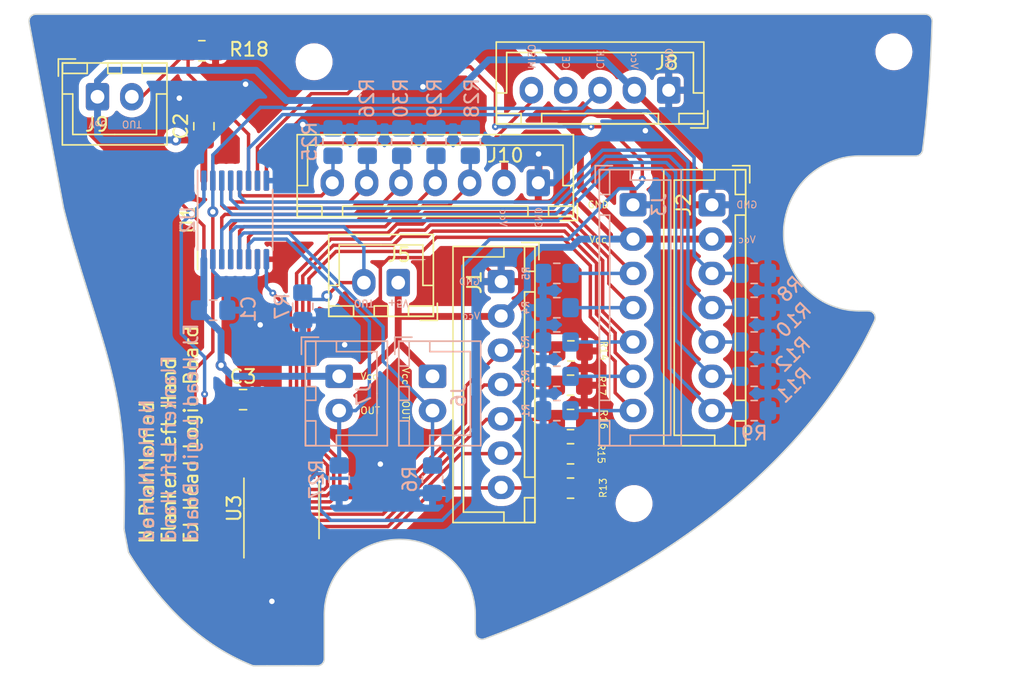
<source format=kicad_pcb>
(kicad_pcb (version 20221018) (generator pcbnew)
  (layers (0 "F.Cu" signal) (31 "B.Cu" signal) (34 "B.Paste" user) (35 "F.Paste" user) (36 "B.SilkS" user "B.Silkscreen") (37 "F.SilkS" user "F.Silkscreen") (38 "B.Mask" user) (39 "F.Mask" user) (44 "Edge.Cuts" user))
  (net 0 "")
  (net 1 "GND")
  (net 2 "+5V")
  (net 3 "MISO")
  (net 4 "CE")
  (net 5 "CLK")
  (net 6 "U1D4")
  (net 7 "U1D5")
  (net 8 "U1D6")
  (net 9 "U1D7")
  (net 10 "U1D0")
  (net 11 "U1D1")
  (net 12 "U1D2")
  (net 13 "U1D3")
  (net 14 "U2D4")
  (net 15 "U2D5")
  (net 16 "U2D6")
  (net 17 "U2D7")
  (net 18 "U2D0")
  (net 19 "U2D1")
  (net 20 "U2D2")
  (net 21 "U2D3")
  (net 22 "U3D4")
  (net 23 "U3D5")
  (net 24 "U3D6")
  (net 25 "U3D7")
  (net 26 "U3D0")
  (net 27 "U3D1")
  (net 28 "U3D2")
  (net 29 "U3D3")
  (net 31 "Net-(U1-DS)")
  (net 33 "Net-(U2-Q7)")
  (footprint "Resistor_SMD:R_0805_2012Metric_Pad1.20x1.40mm_HandSolder" (layer "F.Cu") (at 60.75 65.25)
    (fp_text reference "R13")
    (fp_text value "1K")
  )
  (footprint "Resistor_SMD:R_0805_2012Metric_Pad1.20x1.40mm_HandSolder" (layer "F.Cu") (at 60.75 62.75)
    (fp_text reference "R15")
    (fp_text value "1K")
  )
  (footprint "Capacitor_SMD:C_0805_2012Metric_Pad1.18x1.45mm_HandSolder" (layer "F.Cu") (at 36.9 58.8)
    (fp_text reference "C3")
    (fp_text value "0.1uF")
  )
  (footprint "Capacitor_SMD:C_0805_2012Metric_Pad1.18x1.45mm_HandSolder" (layer "F.Cu") (at 34.05 38.875 90)
    (fp_text reference "C2")
    (fp_text value "0.1uF")
  )
  (footprint "Connector_JST:JST_XH_B7B-XH-A_1x07_P2.50mm_Vertical" (layer "F.Cu") (at 71.05 44.6 -90)
    (fp_text reference "J2")
    (fp_text value "Conn_01x07")
  )
  (footprint "Resistor_SMD:R_0805_2012Metric_Pad1.20x1.40mm_HandSolder" (layer "F.Cu") (at 60.75 60.25)
    (fp_text reference "R16")
    (fp_text value "1K")
  )
  (footprint "Connector_JST:JST_XH_B5B-XH-A_1x05_P2.50mm_Vertical" (layer "F.Cu") (at 67.9 36.25 180)
    (fp_text reference "J8")
    (fp_text value "Conn_01x06")
  )
  (footprint "MountingHole:MountingHole_2.2mm_M2" (layer "F.Cu") (at 65.375 66.375)
    (fp_text reference "M2" hide)
    (fp_text value "MountingHole_2.2mm_M2")
  )
  (footprint "Resistor_SMD:R_0805_2012Metric_Pad1.20x1.40mm_HandSolder" (layer "F.Cu") (at 60.75 57.75)
    (fp_text reference "R17")
    (fp_text value "1K")
  )
  (footprint "Connector_JST:JST_XH_B7B-XH-A_1x07_P2.50mm_Vertical" (layer "F.Cu") (at 58.4 43 180)
    (fp_text reference "J10")
    (fp_text value "Conn_01x07")
  )
  (footprint "MountingHole:MountingHole_2.2mm_M2" (layer "F.Cu") (at 84.3 33.45)
    (fp_text reference "M1" hide)
    (fp_text value "MountingHole_2.2mm_M2")
  )
  (footprint "Resistor_SMD:R_0805_2012Metric_Pad1.20x1.40mm_HandSolder" (layer "F.Cu") (at 33.9 33.375)
    (fp_text reference "R18")
    (fp_text value "1K")
  )
  (footprint "MountingHole:MountingHole_2.2mm_M2" (layer "F.Cu") (at 42.075 34.175)
    (fp_text reference "M3" hide)
    (fp_text value "MountingHole_2.2mm_M2")
  )
  (footprint "Connector_JST:JST_XH_B2B-XH-A_1x02_P2.50mm_Vertical" (layer "F.Cu") (at 48.2 50.275 180)
    (fp_text reference "J5")
    (fp_text value "Conn_01x02")
  )
  (footprint "Resistor_SMD:R_0805_2012Metric_Pad1.20x1.40mm_HandSolder" (layer "F.Cu") (at 60.775 55.25)
    (fp_text reference "R14")
    (fp_text value "1K")
  )
  (footprint "Connector_JST:JST_XH_B7B-XH-A_1x07_P2.50mm_Vertical" (layer "F.Cu") (at 55.7 50.2 -90)
    (fp_text reference "J1")
    (fp_text value "Conn_01x07")
  )
  (footprint "Package_SO:TSSOP-16_4.4x5mm_P0.65mm" (layer "F.Cu") (at 39.7 66.725 90)
    (fp_text reference "U3")
    (fp_text value "74HC165")
  )
  (footprint "Connector_JST:JST_XH_B2B-XH-A_1x02_P2.50mm_Vertical" (layer "F.Cu") (at 26.3 36.725)
    (fp_text reference "J9")
    (fp_text value "Conn_01x02")
  )
  (footprint "Package_SO:TSSOP-16_4.4x5mm_P0.65mm" (layer "F.Cu") (at 36.325 45.7065 90)
    (fp_text reference "U1")
    (fp_text value "74HC165")
  )
  (footprint "Package_SO:TSSOP-16_4.4x5mm_P0.65mm" (layer "B.Cu") (at 36.325 45.7 -90)
    (fp_text reference "U2")
    (fp_text value "74HC165")
  )
  (footprint "Connector_JST:JST_XH_B2B-XH-A_1x02_P2.50mm_Vertical" (layer "B.Cu") (at 43.9 57.1 -90)
    (fp_text reference "J7")
    (fp_text value "Conn_01x02")
  )
  (footprint "Capacitor_SMD:C_0805_2012Metric_Pad1.18x1.45mm_HandSolder" (layer "B.Cu") (at 34.72 52.28)
    (fp_text reference "C1")
    (fp_text value "0.1uF")
  )
  (footprint "Resistor_SMD:R_0805_2012Metric_Pad1.20x1.40mm_HandSolder" (layer "B.Cu") (at 74.125 49.6)
    (fp_text reference "R8")
    (fp_text value "1K")
  )
  (footprint "Resistor_SMD:R_0805_2012Metric_Pad1.20x1.40mm_HandSolder" (layer "B.Cu") (at 45.95 40.025 90)
    (fp_text reference "R26")
    (fp_text value "1K")
  )
  (footprint "Resistor_SMD:R_0805_2012Metric_Pad1.20x1.40mm_HandSolder" (layer "B.Cu") (at 74.125 57.1)
    (fp_text reference "R11")
    (fp_text value "1K")
  )
  (footprint "Resistor_SMD:R_0805_2012Metric_Pad1.20x1.40mm_HandSolder" (layer "B.Cu") (at 74.125 54.6)
    (fp_text reference "R12")
    (fp_text value "1K")
  )
  (footprint "Resistor_SMD:R_0805_2012Metric_Pad1.20x1.40mm_HandSolder" (layer "B.Cu") (at 59.75 49.6)
    (fp_text reference "R5")
    (fp_text value "1K")
  )
  (footprint "Resistor_SMD:R_0805_2012Metric_Pad1.20x1.40mm_HandSolder" (layer "B.Cu") (at 59.75 57.1 180)
    (fp_text reference "R2")
    (fp_text value "1K")
  )
  (footprint "Resistor_SMD:R_0805_2012Metric_Pad1.20x1.40mm_HandSolder" (layer "B.Cu") (at 59.75 54.6 180)
    (fp_text reference "R3")
    (fp_text value "1K")
  )
  (footprint "Resistor_SMD:R_0805_2012Metric_Pad1.20x1.40mm_HandSolder" (layer "B.Cu") (at 74.125 52.075)
    (fp_text reference "R10")
    (fp_text value "1K")
  )
  (footprint "Connector_JST:JST_XH_B2B-XH-A_1x02_P2.50mm_Vertical" (layer "B.Cu") (at 50.7 57.1 -90)
    (fp_text reference "J6")
    (fp_text value "Conn_01x02")
  )
  (footprint "Resistor_SMD:R_0805_2012Metric_Pad1.20x1.40mm_HandSolder" (layer "B.Cu") (at 50.95 40.025 90)
    (fp_text reference "R29")
    (fp_text value "1K")
  )
  (footprint "Resistor_SMD:R_0805_2012Metric_Pad1.20x1.40mm_HandSolder" (layer "B.Cu") (at 74.125 59.6)
    (fp_text reference "R9")
    (fp_text value "1K")
  )
  (footprint "Resistor_SMD:R_0805_2012Metric_Pad1.20x1.40mm_HandSolder" (layer "B.Cu") (at 48.45 40.025 90)
    (fp_text reference "R30")
    (fp_text value "1K")
  )
  (footprint "Resistor_SMD:R_0805_2012Metric_Pad1.20x1.40mm_HandSolder" (layer "B.Cu") (at 53.45 40.025 90)
    (fp_text reference "R28")
    (fp_text value "1K")
  )
  (footprint "Resistor_SMD:R_0805_2012Metric_Pad1.20x1.40mm_HandSolder" (layer "B.Cu") (at 41.25 52 -90)
    (fp_text reference "R7")
    (fp_text value "1K")
  )
  (footprint "Resistor_SMD:R_0805_2012Metric_Pad1.20x1.40mm_HandSolder" (layer "B.Cu") (at 59.75 52.1)
    (fp_text reference "R4")
    (fp_text value "1K")
  )
  (footprint "Connector_JST:JST_XH_B7B-XH-A_1x07_P2.50mm_Vertical" (layer "B.Cu") (at 65.3 44.6 -90)
    (fp_text reference "J3")
    (fp_text value "Conn_01x07")
  )
  (footprint "Resistor_SMD:R_0805_2012Metric_Pad1.20x1.40mm_HandSolder" (layer "B.Cu") (at 43.45 40.025 90)
    (fp_text reference "R25")
    (fp_text value "1K")
  )
  (footprint "Resistor_SMD:R_0805_2012Metric_Pad1.20x1.40mm_HandSolder" (layer "B.Cu") (at 50.7 64.6 -90)
    (fp_text reference "R6")
    (fp_text value "1K")
  )
  (footprint "Resistor_SMD:R_0805_2012Metric_Pad1.20x1.40mm_HandSolder" (layer "B.Cu") (at 59.75 59.6 180)
    (fp_text reference "R1")
    (fp_text value "1K")
  )
  (footprint "Resistor_SMD:R_0805_2012Metric_Pad1.20x1.40mm_HandSolder" (layer "B.Cu") (at 43.9 64.6 -90)
    (fp_text reference "R27")
    (fp_text value "1K")
  )
  (gr_curve (pts (xy 86.325373 40.790437) (xy 86.292915 40.846876) (xy 86.249743 40.896436) (xy 86.198287 40.936327)) (stroke (width 0.1)) (layer "Edge.Cuts"))
  (gr_curve (pts (xy 27.480922 57.478285) (xy 27.536616 57.726565) (xy 27.589532 57.975276) (xy 27.639619 58.225357)) (stroke (width 0.1)) (layer "Edge.Cuts"))
  (gr_curve (pts (xy 25.686656 51.228688) (xy 26.407161 53.530441) (xy 26.745304 54.565639) (xy 27.176873 56.225724)) (stroke (width 0.1)) (layer "Edge.Cuts"))
  (gr_curve (pts (xy 81.756725 41.041166) (xy 80.13781 41.041166) (xy 78.538629 41.82006) (xy 77.515245 43.092618)) (stroke (width 0.1)) (layer "Edge.Cuts"))
  (gr_curve (pts (xy 29.181662 70.909128) (xy 31.045109 73.695718) (xy 32.842825 75.334215) (xy 34.325109 76.395228)) (stroke (width 0.1)) (layer "Edge.Cuts"))
  (gr_curve (pts (xy 82.435475 52.332967) (xy 82.500582 52.332967) (xy 82.565067 52.345684) (xy 82.6253 52.370402)) (stroke (width 0.1)) (layer "Edge.Cuts"))
  (gr_line (start 81.756725 41.041166) (end 85.89194 41.041166) (stroke (width 0.1)) (layer "Edge.Cuts"))
  (gr_curve (pts (xy 86.935756 30.857827) (xy 86.982095 30.903562) (xy 87.019058 30.95791) (xy 87.044564 31.017814)) (stroke (width 0.1)) (layer "Edge.Cuts"))
  (gr_line (start 82.435475 52.332967) (end 81.756725 52.332967) (stroke (width 0.1)) (layer "Edge.Cuts"))
  (gr_curve (pts (xy 54.109049 76.221841) (xy 54.049714 76.19504) (xy 53.996182 76.156905) (xy 53.951464 76.109583)) (stroke (width 0.1)) (layer "Edge.Cuts"))
  (gr_curve (pts (xy 82.6253 52.370402) (xy 82.685533 52.39512) (xy 82.740362 52.431366) (xy 82.786701 52.477101)) (stroke (width 0.1)) (layer "Edge.Cuts"))
  (gr_curve (pts (xy 77.515245 43.092618) (xy 76.474161 44.387185) (xy 76.043276 46.164394) (xy 76.365297 47.803421)) (stroke (width 0.1)) (layer "Edge.Cuts"))
  (gr_line (start 42.814877 74.483513) (end 42.814877 77.69518) (stroke (width 0.1)) (layer "Edge.Cuts"))
  (gr_curve (pts (xy 76.365297 47.803421) (xy 76.679326 49.401771) (xy 77.70536 50.844512) (xy 79.109101 51.635833)) (stroke (width 0.1)) (layer "Edge.Cuts"))
  (gr_curve (pts (xy 21.32302 31.110714) (xy 21.336429 31.047002) (xy 21.362155 30.986519) (xy 21.398748 30.932668)) (stroke (width 0.1)) (layer "Edge.Cuts"))
  (gr_curve (pts (xy 86.387558 40.607221) (xy 86.784909 37.625818) (xy 86.969332 34.52659) (xy 87.084227 31.231114)) (stroke (width 0.1)) (layer "Edge.Cuts"))
  (gr_curve (pts (xy 54.297455 76.265868) (xy 54.232387 76.263599) (xy 54.168384 76.248643) (xy 54.109049 76.221841)) (stroke (width 0.1)) (layer "Edge.Cuts"))
  (gr_curve (pts (xy 34.325109 76.395228) (xy 35.222835 77.037816) (xy 36.184034 77.580173) (xy 37.181011 78.01105)) (stroke (width 0.1)) (layer "Edge.Cuts"))
  (gr_curve (pts (xy 86.774355 30.751127) (xy 86.834588 30.775846) (xy 86.889417 30.812092) (xy 86.935756 30.857827)) (stroke (width 0.1)) (layer "Edge.Cuts"))
  (gr_curve (pts (xy 21.320556 31.304179) (xy 22.152678 35.826286) (xy 23.089965 40.857438) (xy 23.837209 44.859379)) (stroke (width 0.1)) (layer "Edge.Cuts"))
  (gr_curve (pts (xy 27.765326 58.88983) (xy 27.814457 59.165865) (xy 27.859741 59.442043) (xy 27.9013 59.719398)) (stroke (width 0.1)) (layer "Edge.Cuts"))
  (gr_arc (start 42.814877 74.483513) (mid 48.314877 68.983513) (end 53.814877 74.483513) (stroke (width 0.1)) (layer "Edge.Cuts"))
  (gr_curve (pts (xy 21.536402 30.796703) (xy 21.577097 30.769778) (xy 21.621515 30.748954) (xy 21.668242 30.734895)) (stroke (width 0.1)) (layer "Edge.Cuts"))
  (gr_curve (pts (xy 42.814877 77.69518) (xy 42.814877 77.760287) (xy 42.80216 77.824772) (xy 42.777442 77.885005)) (stroke (width 0.1)) (layer "Edge.Cuts"))
  (gr_curve (pts (xy 37.181011 78.01105) (xy 37.308167 78.066004) (xy 37.433214 78.117944) (xy 37.556095 78.167073)) (stroke (width 0.1)) (layer "Edge.Cuts"))
  (gr_curve (pts (xy 28.605407 70.012117) (xy 28.589465 69.9863) (xy 28.575907 69.959086) (xy 28.564899 69.930812)) (stroke (width 0.1)) (layer "Edge.Cuts"))
  (gr_curve (pts (xy 27.639619 58.225357) (xy 27.683885 58.446373) (xy 27.725781 58.667657) (xy 27.765326 58.88983)) (stroke (width 0.1)) (layer "Edge.Cuts"))
  (gr_curve (pts (xy 86.053835 41.014231) (xy 86.001723 41.032065) (xy 85.94702 41.041166) (xy 85.89194 41.041166)) (stroke (width 0.1)) (layer "Edge.Cuts"))
  (gr_curve (pts (xy 28.242065 68.286777) (xy 28.238896 68.270176) (xy 28.236571 68.253424) (xy 28.235099 68.236588)) (stroke (width 0.1)) (layer "Edge.Cuts"))
  (gr_curve (pts (xy 82.923988 52.939527) (xy 82.915884 52.976677) (xy 82.90357 53.012781) (xy 82.887283 53.047139)) (stroke (width 0.1)) (layer "Edge.Cuts"))
  (gr_curve (pts (xy 53.848297 75.945902) (xy 53.826206 75.888556) (xy 53.814877 75.827625) (xy 53.814877 75.766172)) (stroke (width 0.1)) (layer "Edge.Cuts"))
  (gr_curve (pts (xy 82.935432 52.826405) (xy 82.935931 52.864425) (xy 82.932091 52.902378) (xy 82.923988 52.939527)) (stroke (width 0.1)) (layer "Edge.Cuts"))
  (gr_curve (pts (xy 82.895509 52.637088) (xy 82.921015 52.696991) (xy 82.934577 52.761304) (xy 82.935432 52.826405)) (stroke (width 0.1)) (layer "Edge.Cuts"))
  (gr_curve (pts (xy 28.564899 69.930812) (xy 28.553892 69.902537) (xy 28.54548 69.873319) (xy 28.53977 69.84352)) (stroke (width 0.1)) (layer "Edge.Cuts"))
  (gr_curve (pts (xy 41.261519 78.194455) (xy 41.681419 78.194454) (xy 41.851202 78.195397) (xy 42.170799 78.195291)) (stroke (width 0.1)) (layer "Edge.Cuts"))
  (gr_curve (pts (xy 37.743656 78.202799) (xy 38.037978 78.201655) (xy 38.334576 78.200582) (xy 38.634192 78.199574)) (stroke (width 0.1)) (layer "Edge.Cuts"))
  (gr_curve (pts (xy 86.198287 40.936327) (xy 86.154756 40.970074) (xy 86.105947 40.996397) (xy 86.053835 41.014231)) (stroke (width 0.1)) (layer "Edge.Cuts"))
  (gr_curve (pts (xy 23.837209 44.859379) (xy 24.385 47.011579) (xy 24.854271 48.569519) (xy 25.686656 51.228688)) (stroke (width 0.1)) (layer "Edge.Cuts"))
  (gr_curve (pts (xy 37.648154 78.193972) (xy 37.616677 78.187976) (xy 37.585848 78.178968) (xy 37.556095 78.167073)) (stroke (width 0.1)) (layer "Edge.Cuts"))
  (gr_curve (pts (xy 21.320556 31.304179) (xy 21.308774 31.240147) (xy 21.309611 31.174425) (xy 21.32302 31.110714)) (stroke (width 0.1)) (layer "Edge.Cuts"))
  (gr_curve (pts (xy 87.044564 31.017814) (xy 87.058858 31.051383) (xy 87.069434 31.086416) (xy 87.076104 31.122287)) (stroke (width 0.1)) (layer "Edge.Cuts"))
  (gr_curve (pts (xy 42.415117 78.185029) (xy 42.382319 78.19174) (xy 42.348931 78.195141) (xy 42.315454 78.19518)) (stroke (width 0.1)) (layer "Edge.Cuts"))
  (gr_curve (pts (xy 79.109101 51.635833) (xy 79.914674 52.089953) (xy 80.835057 52.332967) (xy 81.756725 52.332967)) (stroke (width 0.1)) (layer "Edge.Cuts"))
  (gr_curve (pts (xy 28.098283 61.315938) (xy 28.163309 61.981976) (xy 28.207225 62.64418) (xy 28.234526 63.309362)) (stroke (width 0.1)) (layer "Edge.Cuts"))
  (gr_curve (pts (xy 28.234526 63.309362) (xy 28.305199 65.031274) (xy 28.255267 66.633165) (xy 28.23325 68.185952)) (stroke (width 0.1)) (layer "Edge.Cuts"))
  (gr_line (start 53.814877 74.483513) (end 53.814877 75.766172) (stroke (width 0.1)) (layer "Edge.Cuts"))
  (gr_curve (pts (xy 87.076104 31.122287) (xy 87.082774 31.158157) (xy 87.085498 31.194651) (xy 87.084227 31.231114)) (stroke (width 0.1)) (layer "Edge.Cuts"))
  (gr_curve (pts (xy 54.488469 76.23507) (xy 60.478487 74.017487) (xy 66.17919 71.077553) (xy 71.220683 67.144994)) (stroke (width 0.1)) (layer "Edge.Cuts"))
  (gr_curve (pts (xy 40.789809 78.194616) (xy 40.946958 78.194516) (xy 41.140134 78.194455) (xy 41.261519 78.194455)) (stroke (width 0.1)) (layer "Edge.Cuts"))
  (gr_curve (pts (xy 37.743656 78.202799) (xy 37.711613 78.202924) (xy 37.679632 78.199968) (xy 37.648154 78.193972)) (stroke (width 0.1)) (layer "Edge.Cuts"))
  (gr_curve (pts (xy 38.634192 78.199574) (xy 39.075953 78.198087) (xy 40.012328 78.195112) (xy 40.789809 78.194616)) (stroke (width 0.1)) (layer "Edge.Cuts"))
  (gr_curve (pts (xy 27.176873 56.225724) (xy 27.284807 56.640906) (xy 27.386447 57.057123) (xy 27.480922 57.478285)) (stroke (width 0.1)) (layer "Edge.Cuts"))
  (gr_curve (pts (xy 28.235099 68.236588) (xy 28.233627 68.219751) (xy 28.23301 68.202851) (xy 28.23325 68.185952)) (stroke (width 0.1)) (layer "Edge.Cuts"))
  (gr_curve (pts (xy 28.605407 70.012117) (xy 28.798878 70.325433) (xy 28.991083 70.624138) (xy 29.181662 70.909127)) (stroke (width 0.1)) (layer "Edge.Cuts"))
  (gr_curve (pts (xy 81.001984 56.508825) (xy 81.814767 55.194178) (xy 82.278982 54.330384) (xy 82.887283 53.047139)) (stroke (width 0.1)) (layer "Edge.Cuts"))
  (gr_curve (pts (xy 21.398748 30.932668) (xy 21.435342 30.878818) (xy 21.482104 30.832629) (xy 21.536402 30.796703)) (stroke (width 0.1)) (layer "Edge.Cuts"))
  (gr_curve (pts (xy 21.668242 30.734895) (xy 21.71497 30.720836) (xy 21.763504 30.713692) (xy 21.8123 30.713692)) (stroke (width 0.1)) (layer "Edge.Cuts"))
  (gr_curve (pts (xy 27.9013 59.719398) (xy 27.981004 60.251323) (xy 28.046151 60.781971) (xy 28.098283 61.315938)) (stroke (width 0.1)) (layer "Edge.Cuts"))
  (gr_curve (pts (xy 42.510756 78.155214) (xy 42.479955 78.168329) (xy 42.447914 78.178317) (xy 42.415117 78.185029)) (stroke (width 0.1)) (layer "Edge.Cuts"))
  (gr_curve (pts (xy 82.786701 52.477101) (xy 82.83304 52.522836) (xy 82.870003 52.577185) (xy 82.895509 52.637088)) (stroke (width 0.1)) (layer "Edge.Cuts"))
  (gr_curve (pts (xy 42.670742 78.046406) (xy 42.625008 78.092745) (xy 42.570659 78.129708) (xy 42.510756 78.155214)) (stroke (width 0.1)) (layer "Edge.Cuts"))
  (gr_curve (pts (xy 28.242065 68.286777) (xy 28.340944 68.804859) (xy 28.440237 69.324114) (xy 28.53977 69.84352)) (stroke (width 0.1)) (layer "Edge.Cuts"))
  (gr_curve (pts (xy 86.58453 30.713692) (xy 86.649638 30.713692) (xy 86.714123 30.726409) (xy 86.774355 30.751127)) (stroke (width 0.1)) (layer "Edge.Cuts"))
  (gr_curve (pts (xy 42.170799 78.195291) (xy 42.22216 78.195274) (xy 42.270115 78.195232) (xy 42.315454 78.19518)) (stroke (width 0.1)) (layer "Edge.Cuts"))
  (gr_curve (pts (xy 53.951464 76.109583) (xy 53.906747 76.062261) (xy 53.8717 76.006658) (xy 53.848297 75.945902)) (stroke (width 0.1)) (layer "Edge.Cuts"))
  (gr_curve (pts (xy 71.220683 67.144994) (xy 76.508547 63.020256) (xy 79.389089 59.117622) (xy 81.001984 56.508825)) (stroke (width 0.1)) (layer "Edge.Cuts"))
  (gr_curve (pts (xy 42.777442 77.885005) (xy 42.752724 77.945238) (xy 42.716477 78.000067) (xy 42.670742 78.046406)) (stroke (width 0.1)) (layer "Edge.Cuts"))
  (gr_curve (pts (xy 54.488469 76.23507) (xy 54.427412 76.257674) (xy 54.362523 76.268137) (xy 54.297455 76.265868)) (stroke (width 0.1)) (layer "Edge.Cuts"))
  (gr_curve (pts (xy 86.387558 40.607221) (xy 86.378957 40.671757) (xy 86.357832 40.733997) (xy 86.325373 40.790437)) (stroke (width 0.1)) (layer "Edge.Cuts"))
  (gr_line (start 86.58453 30.713692) (end 21.8123 30.713692) (stroke (width 0.1)) (layer "Edge.Cuts"))
  (gr_text "NoPlanNomad\nFlanker Left Hand\nFJ Head Logic Board" (at 33.7 69.25 90) (layer "B.SilkS") (effects (font (size 1 1)) (justify right bottom mirror)))
  (gr_text "NoPlanNomad\nFlanker Left Hand\nFJ Head Logic Board" (at 33.7 69.4 90) (layer "F.SilkS") (effects (font (size 1 1)) (justify left bottom)))
  (segment (start 55.7 50.238) (end 53.912 48.45) (width 0.25) (layer "F.Cu") (net 1))
  (segment (start 58.45 43.1) (end 58.45 40.924) (width 0.5) (layer "F.Cu") (net 1))
  (segment (start 34.7 41.4) (end 35.4 40.7) (width 0.25) (layer "F.Cu") (net 1))
  (segment (start 58.45 40.924) (end 58.42 40.894) (width 0.5) (layer "F.Cu") (net 1))
  (segment (start 35.4 40.7) (end 35.4 39.1875) (width 0.25) (layer "F.Cu") (net 1))
  (segment (start 46.9 49.1) (end 46.9 51.472) (width 0.25) (layer "F.Cu") (net 1))
  (segment (start 38.075 61.625) (end 38.075 63.8625) (width 0.25) (layer "F.Cu") (net 1))
  (segment (start 35.4 39.1875) (end 34.05 37.8375) (width 0.25) (layer "F.Cu") (net 1))
  (segment (start 34.7 42.844) (end 34.7 41.4) (width 0.25) (layer "F.Cu") (net 1))
  (segment (start 53.912 48.45) (end 47.55 48.45) (width 0.25) (layer "F.Cu") (net 1))
  (segment (start 47.55 48.45) (end 46.9 49.1) (width 0.25) (layer "F.Cu") (net 1))
  (via (at 58.42 40.894) (size 0.8) (drill 0.4) (layers "F.Cu" "B.Cu") (net 1))
  (via (at 37.084 35.814) (size 0.8) (drill 0.4) (layers "F.Cu" "B.Cu") (net 1))
  (via (at 50 36) (size 0.8) (drill 0.4) (layers "F.Cu" "B.Cu") (net 1))
  (via (at 39 73.5) (size 0.8) (drill 0.4) (layers "F.Cu" "B.Cu") (net 1))
  (via (at 46.9 63.5) (size 0.8) (drill 0.4) (layers "F.Cu" "B.Cu") (net 1))
  (via (at 66.2 39.2) (size 0.8) (drill 0.4) (layers "F.Cu" "B.Cu") (net 1))
  (via (at 41.25 38.75) (size 0.8) (drill 0.4) (layers "F.Cu" "B.Cu") (net 1))
  (via (at 32.258 36.83) (size 0.8) (drill 0.4) (layers "F.Cu" "B.Cu") (net 1))
  (via (at 38.15 53.35) (size 0.8) (drill 0.4) (layers "F.Cu" "B.Cu") (net 1))
  (via (at 44.3 54.8) (size 0.8) (drill 0.4) (layers "F.Cu" "B.Cu") (net 1))
  (segment (start 35.274479 50) (end 37.6 50) (width 0.25) (layer "B.Cu") (net 1))
  (segment (start 37.6 50) (end 37.95 49.65) (width 0.25) (layer "B.Cu") (net 1))
  (segment (start 43.0505 64.537327) (end 45.862673 64.537327) (width 0.25) (layer "B.Cu") (net 1))
  (segment (start 42.237327 64.2005) (end 42.713673 64.2005) (width 0.25) (layer "B.Cu") (net 1))
  (segment (start 39 73.5) (end 39 67.437827) (width 0.25) (layer "B.Cu") (net 1))
  (segment (start 45.862673 64.537327) (end 46.9 63.5) (width 0.25) (layer "B.Cu") (net 1))
  (segment (start 37.95 49.65) (end 37.95 48.5625) (width 0.25) (layer "B.Cu") (net 1))
  (segment (start 42.713673 64.2005) (end 43.0505 64.537327) (width 0.25) (layer "B.Cu") (net 1))
  (segment (start 34.7 49.425521) (end 35.274479 50) (width 0.25) (layer "B.Cu") (net 1))
  (segment (start 34.7 48.5625) (end 34.7 49.425521) (width 0.25) (layer "B.Cu") (net 1))
  (segment (start 39 67.437827) (end 42.237327 64.2005) (width 0.25) (layer "B.Cu") (net 1))
  (segment (start 48.2 50.275) (end 48.2 52.638) (width 0.5) (layer "F.Cu") (net 2))
  (segment (start 73.042 47.1) (end 73.914 46.228) (width 0.5) (layer "F.Cu") (net 2))
  (segment (start 55.7 52.738) (end 48.3 52.738) (width 0.5) (layer "F.Cu") (net 2))
  (segment (start 35.8625 58.8) (end 35.8625 62.3) (width 0.5) (layer "F.Cu") (net 2))
  (segment (start 71.05 47.1) (end 73.042 47.1) (width 0.5) (layer "F.Cu") (net 2))
  (segment (start 35.8625 62.3) (end 37.425 63.8625) (width 0.5) (layer "F.Cu") (net 2))
  (segment (start 61.468 41.148) (end 59.69 39.37) (width 0.5) (layer "F.Cu") (net 2))
  (segment (start 32.004 39.878) (end 34.0155 39.878) (width 0.5) (layer "F.Cu") (net 2))
  (segment (start 55.95 40.951) (end 55.95 43.1) (width 0.5) (layer "F.Cu") (net 2))
  (segment (start 48.2 52.638) (end 48.2 54.6) (width 0.5) (layer "F.Cu") (net 2))
  (segment (start 65.3 47.1) (end 61.468 43.268) (width 0.5) (layer "F.Cu") (net 2))
  (segment (start 48.3 52.738) (end 48.2 52.638) (width 0.5) (layer "F.Cu") (net 2))
  (segment (start 48.2 54.6) (end 50.7 57.1) (width 0.5) (layer "F.Cu") (net 2))
  (segment (start 72.39 41.402) (end 70.552 41.402) (width 0.5) (layer "F.Cu") (net 2))
  (segment (start 48.2 54.6) (end 45.7 57.1) (width 0.5) (layer "F.Cu") (net 2))
  (segment (start 57.531 39.37) (end 55.95 40.951) (width 0.5) (layer "F.Cu") (net 2))
  (segment (start 73.914 46.228) (end 73.914 42.926) (width 0.5) (layer "F.Cu") (net 2))
  (segment (start 45.7 57.1) (end 43.9 57.1) (width 0.5) (layer "F.Cu") (net 2))
  (segment (start 34.05 39.9125) (end 34.045 39.9175) (width 0.5) (layer "F.Cu") (net 2))
  (segment (start 70.552 41.402) (end 65.4 36.25) (width 0.5) (layer "F.Cu") (net 2))
  (segment (start 71.05 47.1) (end 65.3 47.1) (width 0.5) (layer "F.Cu") (net 2))
  (segment (start 73.914 42.926) (end 72.39 41.402) (width 0.5) (layer "F.Cu") (net 2))
  (segment (start 34.0155 39.878) (end 34.05 39.9125) (width 0.5) (layer "F.Cu") (net 2))
  (segment (start 61.468 43.268) (end 61.468 41.148) (width 0.5) (layer "F.Cu") (net 2))
  (segment (start 35.8625 56.8625) (end 35.3 56.3) (width 0.5) (layer "F.Cu") (net 2))
  (segment (start 34.045 39.9175) (end 34.045 42.8365) (width 0.5) (layer "F.Cu") (net 2))
  (segment (start 59.69 39.37) (end 57.531 39.37) (width 0.5) (layer "F.Cu") (net 2))
  (segment (start 35.8625 58.8) (end 35.8625 56.8625) (width 0.5) (layer "F.Cu") (net 2))
  (via (at 32.004 39.878) (size 0.8) (drill 0.4) (layers "F.Cu" "B.Cu") (net 2))
  (via (at 35.3 56.3) (size 0.8) (drill 0.4) (layers "F.Cu" "B.Cu") (net 2))
  (segment (start 61.417548 47.1) (end 60.822548 47.695) (width 0.5) (layer "B.Cu") (net 2))
  (segment (start 54.799713 34.036) (end 63.186 34.036) (width 0.5) (layer "B.Cu") (net 2))
  (segment (start 63.186 34.036) (end 65.4 36.25) (width 0.5) (layer "B.Cu") (net 2))
  (segment (start 58.605 47.695) (end 57.6 48.7) (width 0.5) (layer "B.Cu") (net 2))
  (segment (start 65.3 47.1) (end 61.417548 47.1) (width 0.5) (layer "B.Cu") (net 2))
  (segment (start 27.082 34.798) (end 37.846 34.798) (width 0.5) (layer "B.Cu") (net 2))
  (segment (start 33.6825 52.28) (end 35.3 53.8975) (width 0.5) (layer "B.Cu") (net 2))
  (segment (start 36.1 57.1) (end 35.3 56.3) (width 0.5) (layer "B.Cu") (net 2))
  (segment (start 32.004 39.878) (end 26.653 39.878) (width 0.5) (layer "B.Cu") (net 2))
  (segment (start 57.6 48.7) (end 57.6 50.838) (width 0.5) (layer "B.Cu") (net 2))
  (segment (start 60.822548 47.695) (end 58.605 47.695) (width 0.5) (layer "B.Cu") (net 2))
  (segment (start 33.6825 52.28) (end 34.045 51.9175) (width 0.5) (layer "B.Cu") (net 2))
  (segment (start 51.835713 37) (end 54.799713 34.036) (width 0.5) (layer "B.Cu") (net 2))
  (segment (start 35.3 53.8975) (end 35.3 56.3) (width 0.5) (layer "B.Cu") (net 2))
  (segment (start 26.3 35.58) (end 27.082 34.798) (width 0.5) (layer "B.Cu") (net 2))
  (segment (start 26.653 39.878) (end 26.3 39.525) (width 0.5) (layer "B.Cu") (net 2))
  (segment (start 57.6 50.838) (end 55.7 52.738) (width 0.5) (layer "B.Cu") (net 2))
  (segment (start 26.3 39.525) (end 26.3 35.58) (width 0.5) (layer "B.Cu") (net 2))
  (segment (start 40.048 37) (end 51.835713 37) (width 0.5) (layer "B.Cu") (net 2))
  (segment (start 37.846 34.798) (end 40.048 37) (width 0.5) (layer "B.Cu") (net 2))
  (segment (start 34.045 51.9175) (end 34.045 48.57) (width 0.5) (layer "B.Cu") (net 2))
  (segment (start 43.9 57.1) (end 36.1 57.1) (width 0.5) (layer "B.Cu") (net 2))
  (segment (start 57.9 37.096) (end 57.9 36.25) (width 0.25) (layer "F.Cu") (net 3))
  (segment (start 38.6 42.8365) (end 38.6 40.41) (width 0.25) (layer "F.Cu") (net 3))
  (segment (start 38.91 40.1) (end 54.896 40.1) (width 0.25) (layer "F.Cu") (net 3))
  (segment (start 54.896 40.1) (end 57.9 37.096) (width 0.25) (layer "F.Cu") (net 3))
  (segment (start 38.6 40.41) (end 38.91 40.1) (width 0.25) (layer "F.Cu") (net 3))
  (segment (start 60.4 36.25) (end 60.4 36.016) (width 0.25) (layer "F.Cu") (net 4))
  (segment (start 33.15 45.25) (end 34.05 46.15) (width 0.25) (layer "F.Cu") (net 4))
  (segment (start 26.7 31.4) (end 24.3 33.8) (width 0.25) (layer "F.Cu") (net 4))
  (segment (start 34.1 58.4) (end 34.1 64.9) (width 0.25) (layer "F.Cu") (net 4))
  (segment (start 24.3 39.1) (end 26.7 41.5) (width 0.25) (layer "F.Cu") (net 4))
  (segment (start 34.1 64.9) (end 37.425 68.225) (width 0.25) (layer "F.Cu") (net 4))
  (segment (start 60.4 36.016) (end 55.784 31.4) (width 0.25) (layer "F.Cu") (net 4))
  (segment (start 24.3 33.8) (end 24.3 39.1) (width 0.25) (layer "F.Cu") (net 4))
  (segment (start 26.7 41.5) (end 29.4 41.5) (width 0.25) (layer "F.Cu") (net 4))
  (segment (start 55.784 31.4) (end 26.7 31.4) (width 0.25) (layer "F.Cu") (net 4))
  (segment (start 37.425 68.225) (end 37.425 69.595) (width 0.25) (layer "F.Cu") (net 4))
  (segment (start 34.05 46.15) (end 34.05 48.569) (width 0.25) (layer "F.Cu") (net 4))
  (segment (start 29.4 41.5) (end 33.15 45.25) (width 0.25) (layer "F.Cu") (net 4))
  (via (at 33.15 45.25) (size 0.8) (drill 0.4) (layers "F.Cu" "B.Cu") (net 4))
  (via (at 34.1 58.4) (size 0.5) (drill 0.2) (layers "F.Cu" "B.Cu") (net 4))
  (segment (start 34.1 55.7) (end 32.4 54) (width 0.25) (layer "B.Cu") (net 4))
  (segment (start 32.4 46) (end 33.15 45.25) (width 0.25) (layer "B.Cu") (net 4))
  (segment (start 34.1 58.4) (end 34.1 55.7) (width 0.25) (layer "B.Cu") (net 4))
  (segment (start 32.4 54) (end 32.4 46) (width 0.25) (layer "B.Cu") (net 4))
  (segment (start 34.05 44.35) (end 34.05 42.8375) (width 0.25) (layer "B.Cu") (net 4))
  (segment (start 33.15 45.25) (end 34.05 44.35) (width 0.25) (layer "B.Cu") (net 4))
  (segment (start 33.4 56.6) (end 33.4 68.3) (width 0.25) (layer "F.Cu") (net 5))
  (segment (start 34.7 45.11) (end 34.7 55.3) (width 0.25) (layer "F.Cu") (net 5))
  (segment (start 37.7 70.9) (end 38.075 70.525) (width 0.25) (layer "F.Cu") (net 5))
  (segment (start 33.4 68.3) (end 36 70.9) (width 0.25) (layer "F.Cu") (net 5))
  (segment (start 38.075 70.525) (end 38.075 69.595) (width 0.25) (layer "F.Cu") (net 5))
  (segment (start 36 70.9) (end 37.7 70.9) (width 0.25) (layer "F.Cu") (net 5))
  (segment (start 34.7 55.3) (end 33.4 56.6) (width 0.25) (layer "F.Cu") (net 5))
  (via (at 34.7 45.11) (size 0.8) (drill 0.4) (layers "F.Cu" "B.Cu") (net 5))
  (segment (start 39.734827 37.5) (end 39.809827 37.575) (width 0.25) (layer "B.Cu") (net 5))
  (segment (start 34.7 45.11) (end 34.7 40.97) (width 0.25) (layer "B.Cu") (net 5))
  (segment (start 39.809827 37.575) (end 61.575 37.575) (width 0.25) (layer "B.Cu") (net 5))
  (segment (start 38.17 37.5) (end 39.734827 37.5) (width 0.25) (layer "B.Cu") (net 5))
  (segment (start 34.7 40.97) (end 38.17 37.5) (width 0.25) (layer "B.Cu") (net 5))
  (segment (start 61.575 37.575) (end 62.9 36.25) (width 0.25) (layer "B.Cu") (net 5))
  (segment (start 47.530698 44.655698) (end 47.111396 45.075) (width 0.25) (layer "F.Cu") (net 6))
  (segment (start 35.35 45.54) (end 35.35 48.5765) (width 0.25) (layer "F.Cu") (net 6))
  (segment (start 47.111396 45.075) (end 45.261396 45.075) (width 0.25) (layer "F.Cu") (net 6))
  (segment (start 35.59 45.3) (end 35.35 45.54) (width 0.25) (layer "F.Cu") (net 6))
  (segment (start 49.394302 44.655698) (end 47.530698 44.655698) (width 0.25) (layer "F.Cu") (net 6))
  (segment (start 45.261396 45.075) (end 45.036396 45.3) (width 0.25) (layer "F.Cu") (net 6))
  (segment (start 45.036396 45.3) (end 35.59 45.3) (width 0.25) (layer "F.Cu") (net 6))
  (segment (start 50.95 43.1) (end 49.394302 44.655698) (width 0.25) (layer "F.Cu") (net 6))
  (segment (start 50.95 41.025) (end 50.95 43.1) (width 0.25) (layer "B.Cu") (net 6))
  (segment (start 36.45 45.75) (end 36 46.2) (width 0.25) (layer "F.Cu") (net 7))
  (segment (start 50.018198 44.668198) (end 49.580698 45.105698) (width 0.25) (layer "F.Cu") (net 7))
  (segment (start 53.45 43.1) (end 51.881802 44.668198) (width 0.25) (layer "F.Cu") (net 7))
  (segment (start 45.222792 45.75) (end 36.45 45.75) (width 0.25) (layer "F.Cu") (net 7))
  (segment (start 51.881802 44.668198) (end 50.018198 44.668198) (width 0.25) (layer "F.Cu") (net 7))
  (segment (start 47.717094 45.105698) (end 47.297792 45.525) (width 0.25) (layer "F.Cu") (net 7))
  (segment (start 45.447792 45.525) (end 45.222792 45.75) (width 0.25) (layer "F.Cu") (net 7))
  (segment (start 47.297792 45.525) (end 45.447792 45.525) (width 0.25) (layer "F.Cu") (net 7))
  (segment (start 49.580698 45.105698) (end 47.717094 45.105698) (width 0.25) (layer "F.Cu") (net 7))
  (segment (start 36 46.2) (end 36 48.5765) (width 0.25) (layer "F.Cu") (net 7))
  (segment (start 53.45 41.025) (end 53.45 43.1) (width 0.25) (layer "B.Cu") (net 7))
  (segment (start 49.767094 45.555698) (end 47.90349 45.555698) (width 0.25) (layer "F.Cu") (net 8))
  (segment (start 47.259188 46.2) (end 36.97 46.2) (width 0.25) (layer "F.Cu") (net 8))
  (segment (start 36.65 46.52) (end 36.65 48.5765) (width 0.25) (layer "F.Cu") (net 8))
  (segment (start 36.97 46.2) (end 36.65 46.52) (width 0.25) (layer "F.Cu") (net 8))
  (segment (start 65.3 49.6) (end 60.87 45.17) (width 0.25) (layer "F.Cu") (net 8))
  (segment (start 60.87 45.17) (end 50.152792 45.17) (width 0.25) (layer "F.Cu") (net 8))
  (segment (start 50.152792 45.17) (end 49.767094 45.555698) (width 0.25) (layer "F.Cu") (net 8))
  (segment (start 47.90349 45.555698) (end 47.259188 46.2) (width 0.25) (layer "F.Cu") (net 8))
  (segment (start 65.3 49.6) (end 60.75 49.6) (width 0.25) (layer "B.Cu") (net 8))
  (segment (start 63.541802 48.478198) (end 60.683604 45.62) (width 0.25) (layer "F.Cu") (net 9))
  (segment (start 63.541802 50.341802) (end 63.541802 48.478198) (width 0.25) (layer "F.Cu") (net 9))
  (segment (start 37.62 46.65) (end 37.3 46.97) (width 0.25) (layer "F.Cu") (net 9))
  (segment (start 48.089886 46.005698) (end 47.445584 46.65) (width 0.25) (layer "F.Cu") (net 9))
  (segment (start 49.954302 46.005698) (end 48.089886 46.005698) (width 0.25) (layer "F.Cu") (net 9))
  (segment (start 47.445584 46.65) (end 37.62 46.65) (width 0.25) (layer "F.Cu") (net 9))
  (segment (start 50.34 45.62) (end 49.954302 46.005698) (width 0.25) (layer "F.Cu") (net 9))
  (segment (start 65.3 52.1) (end 63.541802 50.341802) (width 0.25) (layer "F.Cu") (net 9))
  (segment (start 37.3 46.97) (end 37.3 48.5765) (width 0.25) (layer "F.Cu") (net 9))
  (segment (start 60.683604 45.62) (end 50.34 45.62) (width 0.25) (layer "F.Cu") (net 9))
  (segment (start 65.3 52.1) (end 60.75 52.1) (width 0.25) (layer "B.Cu") (net 9))
  (segment (start 32.9 35.061827) (end 37.3 39.461827) (width 0.25) (layer "F.Cu") (net 10))
  (segment (start 29.55 36.725) (end 32.9 33.375) (width 0.25) (layer "F.Cu") (net 10))
  (segment (start 28.8 36.725) (end 29.55 36.725) (width 0.25) (layer "F.Cu") (net 10))
  (segment (start 37.3 39.461827) (end 37.3 42.8365) (width 0.25) (layer "F.Cu") (net 10))
  (segment (start 32.9 33.375) (end 32.9 35.061827) (width 0.25) (layer "F.Cu") (net 10))
  (segment (start 42.6035 43.9465) (end 36.7965 43.9465) (width 0.25) (layer "F.Cu") (net 11))
  (segment (start 43.45 43.1) (end 42.6035 43.9465) (width 0.25) (layer "F.Cu") (net 11))
  (segment (start 36.65 43.8) (end 36.65 42.8365) (width 0.25) (layer "F.Cu") (net 11))
  (segment (start 36.7965 43.9465) (end 36.65 43.8) (width 0.25) (layer "F.Cu") (net 11))
  (segment (start 43.45 41.025) (end 43.45 43.1) (width 0.25) (layer "B.Cu") (net 11))
  (segment (start 43.0215 44.3965) (end 36.2165 44.3965) (width 0.25) (layer "F.Cu") (net 12))
  (segment (start 45.95 43.1) (end 44.65 44.4) (width 0.25) (layer "F.Cu") (net 12))
  (segment (start 44.65 44.4) (end 43.025 44.4) (width 0.25) (layer "F.Cu") (net 12))
  (segment (start 36.2165 44.3965) (end 36 44.18) (width 0.25) (layer "F.Cu") (net 12))
  (segment (start 36 44.18) (end 36 42.8365) (width 0.25) (layer "F.Cu") (net 12))
  (segment (start 43.025 44.4) (end 43.0215 44.3965) (width 0.25) (layer "F.Cu") (net 12))
  (segment (start 45.95 41.025) (end 45.95 43.1) (width 0.25) (layer "B.Cu") (net 12))
  (segment (start 35.56 44.85) (end 35.35 44.64) (width 0.25) (layer "F.Cu") (net 13))
  (segment (start 45.061396 44.625) (end 44.836396 44.85) (width 0.25) (layer "F.Cu") (net 13))
  (segment (start 35.35 44.64) (end 35.35 42.8365) (width 0.25) (layer "F.Cu") (net 13))
  (segment (start 46.925 44.625) (end 45.061396 44.625) (width 0.25) (layer "F.Cu") (net 13))
  (segment (start 48.45 43.1) (end 46.925 44.625) (width 0.25) (layer "F.Cu") (net 13))
  (segment (start 44.836396 44.85) (end 35.56 44.85) (width 0.25) (layer "F.Cu") (net 13))
  (segment (start 48.45 41.025) (end 48.45 43.1) (width 0.25) (layer "B.Cu") (net 13))
  (segment (start 63.453792 41.519) (end 59.672792 45.3) (width 0.25) (layer "B.Cu") (net 14))
  (segment (start 71.05 57.1) (end 73.125 57.1) (width 0.25) (layer "B.Cu") (net 14))
  (segment (start 71.05 57.1) (end 68.4 54.45) (width 0.25) (layer "B.Cu") (net 14))
  (segment (start 59.672792 45.3) (end 36.1 45.3) (width 0.25) (layer "B.Cu") (net 14))
  (segment (start 35.35 44.55) (end 35.35 42.8375) (width 0.25) (layer "B.Cu") (net 14))
  (segment (start 68.4 42.2) (end 67.719 41.519) (width 0.25) (layer "B.Cu") (net 14))
  (segment (start 36.1 45.3) (end 35.35 44.55) (width 0.25) (layer "B.Cu") (net 14))
  (segment (start 68.4 54.45) (end 68.4 42.2) (width 0.25) (layer "B.Cu") (net 14))
  (segment (start 67.719 41.519) (end 63.453792 41.519) (width 0.25) (layer "B.Cu") (net 14))
  (segment (start 71.05 54.6) (end 73.125 54.6) (width 0.25) (layer "B.Cu") (net 15))
  (segment (start 68.85 52.4) (end 68.85 41.95) (width 0.25) (layer "B.Cu") (net 15))
  (segment (start 36 44.2) (end 36 42.8375) (width 0.25) (layer "B.Cu") (net 15))
  (segment (start 67.969 41.069) (end 63.267396 41.069) (width 0.25) (layer "B.Cu") (net 15))
  (segment (start 68.85 41.95) (end 67.969 41.069) (width 0.25) (layer "B.Cu") (net 15))
  (segment (start 36.65 44.85) (end 36 44.2) (width 0.25) (layer "B.Cu") (net 15))
  (segment (start 63.267396 41.069) (end 59.486396 44.85) (width 0.25) (layer "B.Cu") (net 15))
  (segment (start 71.05 54.6) (end 68.85 52.4) (width 0.25) (layer "B.Cu") (net 15))
  (segment (start 59.486396 44.85) (end 36.65 44.85) (width 0.25) (layer "B.Cu") (net 15))
  (segment (start 68.419 40.619) (end 63.081 40.619) (width 0.25) (layer "B.Cu") (net 16))
  (segment (start 71.05 52.1) (end 70.35 51.4) (width 0.25) (layer "B.Cu") (net 16))
  (segment (start 59.3 44.4) (end 37.1 44.4) (width 0.25) (layer "B.Cu") (net 16))
  (segment (start 69.3 50.35) (end 69.3 41.5) (width 0.25) (layer "B.Cu") (net 16))
  (segment (start 63.081 40.619) (end 59.3 44.4) (width 0.25) (layer "B.Cu") (net 16))
  (segment (start 36.65 43.95) (end 36.65 42.8375) (width 0.25) (layer "B.Cu") (net 16))
  (segment (start 71.025 52.075) (end 70.35 51.4) (width 0.25) (layer "B.Cu") (net 16))
  (segment (start 70.35 51.4) (end 69.3 50.35) (width 0.25) (layer "B.Cu") (net 16))
  (segment (start 69.3 41.5) (end 68.419 40.619) (width 0.25) (layer "B.Cu") (net 16))
  (segment (start 73.125 52.075) (end 71.025 52.075) (width 0.25) (layer "B.Cu") (net 16))
  (segment (start 37.1 44.4) (end 36.65 43.95) (width 0.25) (layer "B.Cu") (net 16))
  (segment (start 71.05 49.6) (end 69.75 48.3) (width 0.25) (layer "B.Cu") (net 17))
  (segment (start 37.3 40.5) (end 37.3 42.8375) (width 0.25) (layer "B.Cu") (net 17))
  (segment (start 66.35 37.75) (end 62.036396 37.75) (width 0.25) (layer "B.Cu") (net 17))
  (segment (start 39.775 38.025) (end 37.3 40.5) (width 0.25) (layer "B.Cu") (net 17))
  (segment (start 69.75 41.15) (end 66.35 37.75) (width 0.25) (layer "B.Cu") (net 17))
  (segment (start 61.761396 38.025) (end 39.775 38.025) (width 0.25) (layer "B.Cu") (net 17))
  (segment (start 69.75 48.3) (end 69.75 41.15) (width 0.25) (layer "B.Cu") (net 17))
  (segment (start 71.05 49.6) (end 73.125 49.6) (width 0.25) (layer "B.Cu") (net 17))
  (segment (start 62.036396 37.75) (end 61.761396 38.025) (width 0.25) (layer "B.Cu") (net 17))
  (segment (start 43.9 59.6) (end 43.9 63.6) (width 0.3) (layer "B.Cu") (net 18))
  (segment (start 37.3 47.5) (end 37.7 47.1) (width 0.25) (layer "B.Cu") (net 18))
  (segment (start 37.3 48.5625) (end 37.3 47.5) (width 0.25) (layer "B.Cu") (net 18))
  (segment (start 46.1 58.6) (end 45.1 59.6) (width 0.25) (layer "B.Cu") (net 18))
  (segment (start 37.7 47.1) (end 40.063604 47.1) (width 0.25) (layer "B.Cu") (net 18))
  (segment (start 40.063604 47.1) (end 46.1 53.136396) (width 0.25) (layer "B.Cu") (net 18))
  (segment (start 46.1 53.136396) (end 46.1 58.6) (width 0.25) (layer "B.Cu") (net 18))
  (segment (start 45.1 59.6) (end 43.9 59.6) (width 0.25) (layer "B.Cu") (net 18))
  (segment (start 36.95 46.65) (end 40.25 46.65) (width 0.25) (layer "B.Cu") (net 19))
  (segment (start 36.65 46.95) (end 36.95 46.65) (width 0.25) (layer "B.Cu") (net 19))
  (segment (start 40.25 46.65) (end 47.1 53.5) (width 0.25) (layer "B.Cu") (net 19))
  (segment (start 47.1 53.5) (end 47.1 56) (width 0.25) (layer "B.Cu") (net 19))
  (segment (start 47.1 56) (end 50.7 59.6) (width 0.25) (layer "B.Cu") (net 19))
  (segment (start 36.65 48.5625) (end 36.65 46.95) (width 0.25) (layer "B.Cu") (net 19))
  (segment (start 50.7 59.6) (end 50.7 63.6) (width 0.25) (layer "B.Cu") (net 19))
  (segment (start 43.975 50.275) (end 43 51.25) (width 0.25) (layer "F.Cu") (net 20))
  (segment (start 45.7 50.275) (end 43.975 50.275) (width 0.25) (layer "F.Cu") (net 20))
  (segment (start 43 51.25) (end 43 51) (width 0.25) (layer "F.Cu") (net 20))
  (via (at 43 51.25) (size 0.8) (drill 0.4) (layers "F.Cu" "B.Cu") (net 20))
  (segment (start 41.75 51.5) (end 42.75 51.5) (width 0.25) (layer "B.Cu") (net 20))
  (segment (start 42.75 51.5) (end 43 51.25) (width 0.25) (layer "B.Cu") (net 20))
  (segment (start 36.4 46.2) (end 36 46.6) (width 0.25) (layer "B.Cu") (net 20))
  (segment (start 41.25 51) (end 41.75 51.5) (width 0.25) (layer "B.Cu") (net 20))
  (segment (start 36 46.6) (end 36 48.5625) (width 0.25) (layer "B.Cu") (net 20))
  (segment (start 45.7 50.275) (end 45.7 47.65) (width 0.25) (layer "B.Cu") (net 20))
  (segment (start 44.25 46.2) (end 36.4 46.2) (width 0.25) (layer "B.Cu") (net 20))
  (segment (start 45.7 47.65) (end 44.25 46.2) (width 0.25) (layer "B.Cu") (net 20))
  (segment (start 67.369 41.969) (end 63.640188 41.969) (width 0.25) (layer "B.Cu") (net 21))
  (segment (start 35.35 46.45) (end 35.35 48.5625) (width 0.25) (layer "B.Cu") (net 21))
  (segment (start 63.640188 41.969) (end 59.859188 45.75) (width 0.25) (layer "B.Cu") (net 21))
  (segment (start 67.95 56.5) (end 67.95 42.55) (width 0.25) (layer "B.Cu") (net 21))
  (segment (start 71.05 59.6) (end 73.125 59.6) (width 0.25) (layer "B.Cu") (net 21))
  (segment (start 71.05 59.6) (end 67.95 56.5) (width 0.25) (layer "B.Cu") (net 21))
  (segment (start 59.859188 45.75) (end 36.05 45.75) (width 0.25) (layer "B.Cu") (net 21))
  (segment (start 67.95 42.55) (end 67.369 41.969) (width 0.25) (layer "B.Cu") (net 21))
  (segment (start 36.05 45.75) (end 35.35 46.45) (width 0.25) (layer "B.Cu") (net 21))
  (segment (start 53.55 60.686396) (end 47.086396 67.15) (width 0.25) (layer "F.Cu") (net 22))
  (segment (start 38.725 68.865812) (end 38.725 69.595) (width 0.25) (layer "F.Cu") (net 22))
  (segment (start 59.738 57.738) (end 54.462 57.738) (width 0.25) (layer "F.Cu") (net 22))
  (segment (start 54.462 57.738) (end 53.55 58.65) (width 0.25) (layer "F.Cu") (net 22))
  (segment (start 53.55 58.65) (end 53.55 60.686396) (width 0.25) (layer "F.Cu") (net 22))
  (segment (start 47.086396 67.15) (end 40.440812 67.15) (width 0.25) (layer "F.Cu") (net 22))
  (segment (start 59.75 57.75) (end 59.738 57.738) (width 0.25) (layer "F.Cu") (net 22))
  (segment (start 40.440812 67.15) (end 38.725 68.865812) (width 0.25) (layer "F.Cu") (net 22))
  (segment (start 40.627208 67.6) (end 39.375 68.852208) (width 0.25) (layer "F.Cu") (net 23))
  (segment (start 39.375 68.852208) (end 39.375 69.595) (width 0.25) (layer "F.Cu") (net 23))
  (segment (start 59.75 60.25) (end 59.738 60.238) (width 0.25) (layer "F.Cu") (net 23))
  (segment (start 54.634792 60.238) (end 47.272792 67.6) (width 0.25) (layer "F.Cu") (net 23))
  (segment (start 47.272792 67.6) (end 40.627208 67.6) (width 0.25) (layer "F.Cu") (net 23))
  (segment (start 59.738 60.238) (end 54.634792 60.238) (width 0.25) (layer "F.Cu") (net 23))
  (segment (start 47.459188 68.05) (end 40.813604 68.05) (width 0.25) (layer "F.Cu") (net 24))
  (segment (start 59.738 62.738) (end 52.771188 62.738) (width 0.25) (layer "F.Cu") (net 24))
  (segment (start 40.025 68.838604) (end 40.025 69.595) (width 0.25) (layer "F.Cu") (net 24))
  (segment (start 59.75 62.75) (end 59.738 62.738) (width 0.25) (layer "F.Cu") (net 24))
  (segment (start 52.771188 62.738) (end 47.459188 68.05) (width 0.25) (layer "F.Cu") (net 24))
  (segment (start 40.813604 68.05) (end 40.025 68.838604) (width 0.25) (layer "F.Cu") (net 24))
  (segment (start 40.675 68.825) (end 40.675 69.595) (width 0.25) (layer "F.Cu") (net 25))
  (segment (start 47.645584 68.5) (end 41 68.5) (width 0.25) (layer "F.Cu") (net 25))
  (segment (start 59.738 65.238) (end 50.907584 65.238) (width 0.25) (layer "F.Cu") (net 25))
  (segment (start 41 68.5) (end 40.675 68.825) (width 0.25) (layer "F.Cu") (net 25))
  (segment (start 59.75 65.25) (end 59.738 65.238) (width 0.25) (layer "F.Cu") (net 25))
  (segment (start 50.907584 65.238) (end 47.645584 68.5) (width 0.25) (layer "F.Cu") (net 25))
  (segment (start 43.05 65.113604) (end 43.05 63.598959) (width 0.25) (layer "F.Cu") (net 26))
  (segment (start 47.63198 47.1) (end 48.276282 46.455698) (width 0.25) (layer "F.Cu") (net 26))
  (segment (start 43.3 47.1) (end 47.63198 47.1) (width 0.25) (layer "F.Cu") (net 26))
  (segment (start 40.675 65.075) (end 40.95 65.35) (width 0.25) (layer "F.Cu") (net 26))
  (segment (start 48.276282 46.455698) (end 50.144302 46.455698) (width 0.25) (layer "F.Cu") (net 26))
  (segment (start 50.53 46.07) (end 60.497208 46.07) (width 0.25) (layer "F.Cu") (net 26))
  (segment (start 40.95 65.35) (end 42.813604 65.35) (width 0.25) (layer "F.Cu") (net 26))
  (segment (start 63.091802 48.664594) (end 63.091802 52.391802) (width 0.25) (layer "F.Cu") (net 26))
  (segment (start 40.8 49.6) (end 43.3 47.1) (width 0.25) (layer "F.Cu") (net 26))
  (segment (start 43.05 63.598959) (end 40.8 61.348959) (width 0.25) (layer "F.Cu") (net 26))
  (segment (start 40.675 63.855) (end 40.675 65.075) (width 0.25) (layer "F.Cu") (net 26))
  (segment (start 40.8 61.348959) (end 40.8 49.6) (width 0.25) (layer "F.Cu") (net 26))
  (segment (start 63.091802 52.391802) (end 65.3 54.6) (width 0.25) (layer "F.Cu") (net 26))
  (segment (start 60.497208 46.07) (end 63.091802 48.664594) (width 0.25) (layer "F.Cu") (net 26))
  (segment (start 42.813604 65.35) (end 43.05 65.113604) (width 0.25) (layer "F.Cu") (net 26))
  (segment (start 50.144302 46.455698) (end 50.53 46.07) (width 0.25) (layer "F.Cu") (net 26))
  (segment (start 65.3 54.6) (end 60.75 54.6) (width 0.25) (layer "B.Cu") (net 26))
  (segment (start 50.344302 46.905698) (end 48.462678 46.905698) (width 0.25) (layer "F.Cu") (net 27))
  (segment (start 64 53.936396) (end 62.641802 52.578198) (width 0.25) (layer "F.Cu") (net 27))
  (segment (start 62.641802 52.578198) (end 62.641802 48.85099) (width 0.25) (layer "F.Cu") (net 27))
  (segment (start 60.310812 46.52) (end 50.73 46.52) (width 0.25) (layer "F.Cu") (net 27))
  (segment (start 40.025 65.425) (end 40.025 63.855) (width 0.25) (layer "F.Cu") (net 27))
  (segment (start 47.818376 47.55) (end 43.486396 47.55) (width 0.25) (layer "F.Cu") (net 27))
  (segment (start 43 65.8) (end 40.4 65.8) (width 0.25) (layer "F.Cu") (net 27))
  (segment (start 65.3 57.1) (end 65.3 56.661827) (width 0.25) (layer "F.Cu") (net 27))
  (segment (start 43.486396 47.55) (end 41.25 49.786396) (width 0.25) (layer "F.Cu") (net 27))
  (segment (start 43.5 65.3) (end 43 65.8) (width 0.25) (layer "F.Cu") (net 27))
  (segment (start 62.641802 48.85099) (end 60.310812 46.52) (width 0.25) (layer "F.Cu") (net 27))
  (segment (start 40.4 65.8) (end 40.025 65.425) (width 0.25) (layer "F.Cu") (net 27))
  (segment (start 41.25 49.786396) (end 41.25 61.162563) (width 0.25) (layer "F.Cu") (net 27))
  (segment (start 48.462678 46.905698) (end 47.818376 47.55) (width 0.25) (layer "F.Cu") (net 27))
  (segment (start 41.25 61.162563) (end 43.5 63.412563) (width 0.25) (layer "F.Cu") (net 27))
  (segment (start 50.73 46.52) (end 50.344302 46.905698) (width 0.25) (layer "F.Cu") (net 27))
  (segment (start 65.3 56.661827) (end 64 55.361827) (width 0.25) (layer "F.Cu") (net 27))
  (segment (start 43.5 63.412563) (end 43.5 65.3) (width 0.25) (layer "F.Cu") (net 27))
  (segment (start 64 55.361827) (end 64 53.936396) (width 0.25) (layer "F.Cu") (net 27))
  (segment (start 65.3 57.1) (end 60.75 57.1) (width 0.25) (layer "B.Cu") (net 27))
  (segment (start 43.95 63.226167) (end 43.95 65.55) (width 0.25) (layer "F.Cu") (net 28))
  (segment (start 65.3 59.6) (end 64 58.3) (width 0.25) (layer "F.Cu") (net 28))
  (segment (start 63.55 55.548223) (end 63.55 54.122792) (width 0.25) (layer "F.Cu") (net 28))
  (segment (start 39.85 66.25) (end 39.375 65.775) (width 0.25) (layer "F.Cu") (net 28))
  (segment (start 43.672792 48) (end 41.7 49.972792) (width 0.25) (layer "F.Cu") (net 28))
  (segment (start 63.55 54.122792) (end 62.191802 52.764594) (width 0.25) (layer "F.Cu") (net 28))
  (segment (start 49.96 48) (end 43.672792 48) (width 0.25) (layer "F.Cu") (net 28))
  (segment (start 62.191802 49.037386) (end 60.124416 46.97) (width 0.25) (layer "F.Cu") (net 28))
  (segment (start 60.124416 46.97) (end 50.99 46.97) (width 0.25) (layer "F.Cu") (net 28))
  (segment (start 43.25 66.25) (end 39.85 66.25) (width 0.25) (layer "F.Cu") (net 28))
  (segment (start 62.191802 52.764594) (end 62.191802 49.037386) (width 0.25) (layer "F.Cu") (net 28))
  (segment (start 50.99 46.97) (end 49.96 48) (width 0.25) (layer "F.Cu") (net 28))
  (segment (start 43.95 65.55) (end 43.25 66.25) (width 0.25) (layer "F.Cu") (net 28))
  (segment (start 41.7 60.976167) (end 43.95 63.226167) (width 0.25) (layer "F.Cu") (net 28))
  (segment (start 64 58.3) (end 64 55.998223) (width 0.25) (layer "F.Cu") (net 28))
  (segment (start 64 55.998223) (end 63.55 55.548223) (width 0.25) (layer "F.Cu") (net 28))
  (segment (start 39.375 65.775) (end 39.375 63.855) (width 0.25) (layer "F.Cu") (net 28))
  (segment (start 41.7 49.972792) (end 41.7 60.976167) (width 0.25) (layer "F.Cu") (net 28))
  (segment (start 65.3 59.6) (end 60.75 59.6) (width 0.25) (layer "B.Cu") (net 28))
  (segment (start 55.688 55.25) (end 53.1 57.838) (width 0.25) (layer "F.Cu") (net 29))
  (segment (start 53.1 57.838) (end 53.1 60.5) (width 0.25) (layer "F.Cu") (net 29))
  (segment (start 46.9 66.7) (end 39.663604 66.7) (width 0.25) (layer "F.Cu") (net 29))
  (segment (start 38.725 65.761396) (end 38.725 63.855) (width 0.25) (layer "F.Cu") (net 29))
  (segment (start 53.1 60.5) (end 46.9 66.7) (width 0.25) (layer "F.Cu") (net 29))
  (segment (start 39.663604 66.7) (end 38.725 65.761396) (width 0.25) (layer "F.Cu") (net 29))
  (segment (start 59.875 55.263) (end 59.9 55.238) (width 0.5) (layer "F.Cu") (net 29))
  (segment (start 59.775 55.25) (end 55.688 55.25) (width 0.25) (layer "F.Cu") (net 29))
  (segment (start 42.4755 64.3555) (end 41.975 63.855) (width 0.25) (layer "F.Cu") (net 31))
  (segment (start 53.444 34.544) (end 46.472396 34.544) (width 0.25) (layer "F.Cu") (net 31))
  (segment (start 41.873604 36.5) (end 37.95 40.423604) (width 0.25) (layer "F.Cu") (net 31))
  (segment (start 62.24 38.91) (end 63.422396 38.91) (width 0.25) (layer "F.Cu") (net 31))
  (segment (start 44.516396 36.5) (end 41.873604 36.5) (width 0.25) (layer "F.Cu") (net 31))
  (segment (start 37.95 40.423604) (end 37.95 42.8365) (width 0.25) (layer "F.Cu") (net 31))
  (segment (start 63.422396 38.91) (end 65.975689 41.463293) (width 0.25) (layer "F.Cu") (net 31))
  (segment (start 55.276767 36.376767) (end 53.444 34.544) (width 0.25) (layer "F.Cu") (net 31))
  (segment (start 65.975689 41.463293) (end 65.975689 42.724847) (width 0.25) (layer "F.Cu") (net 31))
  (segment (start 42.4755 64.7755) (end 42.4755 64.3555) (width 0.25) (layer "F.Cu") (net 31))
  (segment (start 46.472396 34.544) (end 44.516396 36.5) (width 0.25) (layer "F.Cu") (net 31))
  (segment (start 55.276767 38.906767) (end 55.276767 36.376767) (width 0.25) (layer "F.Cu") (net 31))
  (via (at 62.24 38.91) (size 0.5) (drill 0.2) (layers "F.Cu" "B.Cu") (net 31))
  (via (at 55.276767 38.906767) (size 0.5) (drill 0.2) (layers "F.Cu" "B.Cu") (net 31))
  (via (at 65.975689 42.724847) (size 0.5) (drill 0.2) (layers "F.Cu" "B.Cu") (net 31))
  (via (at 42.4755 64.7755) (size 0.5) (drill 0.2) (layers "F.Cu" "B.Cu") (net 31))
  (segment (start 62.24 38.91) (end 55.28 38.91) (width 0.25) (layer "B.Cu") (net 31))
  (segment (start 64.279376 43.425) (end 65.541 43.425) (width 0.25) (layer "B.Cu") (net 31))
  (segment (start 42.4755 64.7755) (end 42.4755 66.7755) (width 0.25) (layer "B.Cu") (net 31))
  (segment (start 65.541 43.425) (end 65.975689 42.990311) (width 0.25) (layer "B.Cu") (net 31))
  (segment (start 55.28 38.91) (end 55.276767 38.906767) (width 0.25) (layer "B.Cu") (net 31))
  (segment (start 43.3 67.6) (end 51.4 67.6) (width 0.25) (layer "B.Cu") (net 31))
  (segment (start 52.9 66.1) (end 52.9 49.082396) (width 0.25) (layer "B.Cu") (net 31))
  (segment (start 54.862396 47.12) (end 60.584376 47.12) (width 0.25) (layer "B.Cu") (net 31))
  (segment (start 52.9 49.082396) (end 54.862396 47.12) (width 0.25) (layer "B.Cu") (net 31))
  (segment (start 42.4755 66.7755) (end 43.3 67.6) (width 0.25) (layer "B.Cu") (net 31))
  (segment (start 60.584376 47.12) (end 64.279376 43.425) (width 0.25) (layer "B.Cu") (net 31))
  (segment (start 51.4 67.6) (end 52.9 66.1) (width 0.25) (layer "B.Cu") (net 31))
  (segment (start 65.975689 42.990311) (end 65.975689 42.724847) (width 0.25) (layer "B.Cu") (net 31))
  (segment (start 39.065 51.035) (end 40.349 52.319) (width 0.25) (layer "F.Cu") (net 33))
  (segment (start 40.349 61.556) (end 41.325 62.532) (width 0.25) (layer "F.Cu") (net 33))
  (segment (start 41.325 62.532) (end 41.325 63.855) (width 0.25) (layer "F.Cu") (net 33))
  (segment (start 40.349 52.319) (end 40.349 61.556) (width 0.25) (layer "F.Cu") (net 33))
  (via (at 39.065 51.035) (size 0.5) (drill 0.2) (layers "F.Cu" "B.Cu") (net 33))
  (segment (start 38.6 50.57) (end 38.6 48.57) (width 0.25) (layer "B.Cu") (net 33))
  (segment (start 39.065 51.035) (end 38.6 50.57) (width 0.25) (layer "B.Cu") (net 33))
  (zone (net 1) (net_name "GND") (layers "F&B.Cu") (connect_pads (clearance 0.508)) (min_thickness 0.254) (fill yes (thermal_gap 0.254) (thermal_bridge_width 0.508))
    (polygon (pts (xy 87.95 78.975) (xy 19.325 78.925) (xy 19.2 29.725) (xy 87.975 29.675)))
  )
)
</source>
